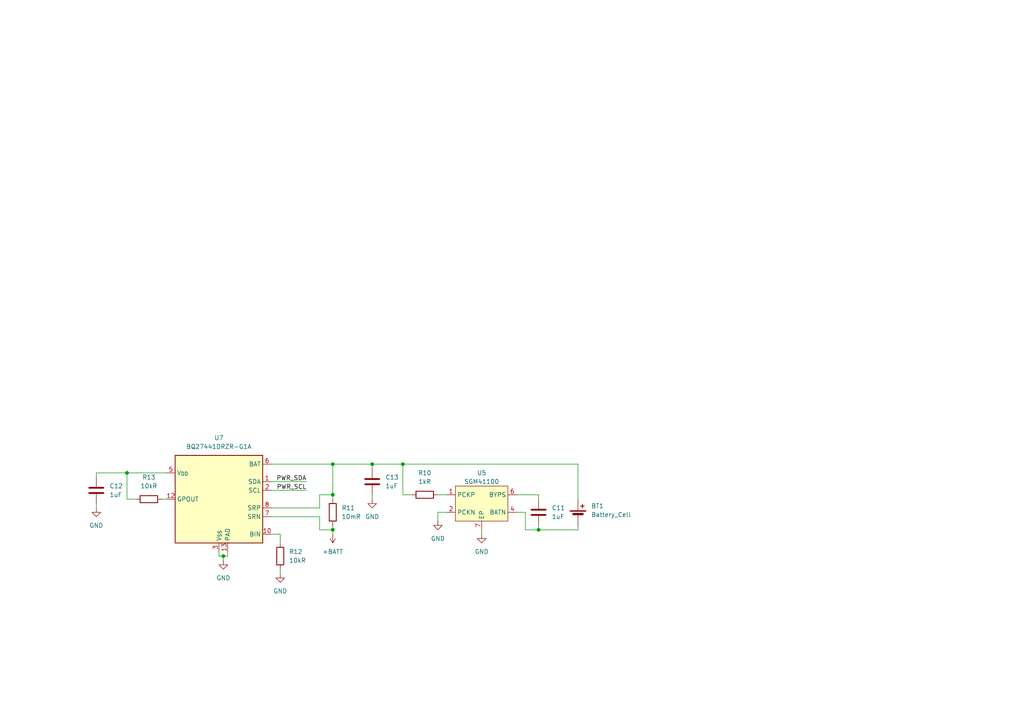
<source format=kicad_sch>
(kicad_sch (version 20250114) (generator "eeschema") (generator_version "9.0")
  (paper "A4")
  (lib_symbols
    (symbol "Battery_Management:BQ27441DRZR-G1A"
      (property "Reference" "U7" (at 0 17.78 0))
      (property "Value" "BQ27441DRZR-G1A" (at 0 15.24 0))
      (symbol "BQ27441DRZR-G1A_0_1"
        (rectangle (start -12.7 12.7) (end 12.7 -12.7) (stroke (width 0.254)) (fill (type background)))
      )
      (symbol "BQ27441DRZR-G1A_1_1"
        (pin power_in line (at -15.24 10.16 0) (length 2.54) (name "BAT") (number "6"))
        (pin bidirectional line (at -15.24 5.08 0) (length 2.54) (name "SDA") (number "1"))
        (pin input line (at -15.24 2.54 0) (length 2.54) (name "SCL") (number "2"))
        (pin input line (at -15.24 -2.54 0) (length 2.54) (name "SRP") (number "8"))
        (pin input line (at -15.24 -5.08 0) (length 2.54) (name "SRN") (number "7"))
        (pin input line (at -15.24 -10.16 0) (length 2.54) (name "BIN") (number "10"))
        (pin power_in line (at -2.54 -15.24 90) (length 2.54) (name "PAD") (number "13"))
        (pin power_in line (at 0 -15.24 90) (length 2.54) (name "V_{SS}") (number "3"))
        (pin no_connect line (at 10.16 -2.54 180) (length 2.54) (hide yes) (name "NC") (number "11"))
        (pin no_connect line (at 10.16 -5.08 180) (length 2.54) (hide yes) (name "NC") (number "9"))
        (pin no_connect line (at 10.16 -7.62 180) (length 2.54) (hide yes) (name "NC") (number "4"))
        (pin power_out line (at 15.24 7.62 180) (length 2.54) (name "V_{DD}") (number "5"))
        (pin output line (at 15.24 0 180) (length 2.54) (name "GPOUT") (number "12"))
      )
    )
    (symbol "Device:Battery_Cell" (pin_numbers (hide yes)) (pin_names (offset 0) (hide yes))
      (property "Reference" "BT" (at 2.54 2.54 0))
      (property "Value" "Battery_Cell" (at 2.54 0 0))
      (symbol "Battery_Cell_0_1"
        (rectangle (start -2.286 1.778) (end 2.286 1.524) (fill (type outline)))
        (rectangle (start -1.524 1.016) (end 1.524 0.508) (fill (type outline)))
        (polyline (pts (xy 0 1.778) (xy 0 2.54)))
        (polyline (pts (xy 0 0.762) (xy 0 0)))
        (polyline (pts (xy 0.762 3.048) (xy 1.778 3.048)) (stroke (width 0.254)))
        (polyline (pts (xy 1.27 3.556) (xy 1.27 2.54)) (stroke (width 0.254)))
      )
      (symbol "Battery_Cell_1_1"
        (pin passive line (at 0 5.08 270) (length 2.54) (name "+") (number "1"))
        (pin passive line (at 0 -2.54 90) (length 2.54) (name "-") (number "2"))
      )
    )
    (symbol "Device:C" (pin_numbers (hide yes)) (pin_names (offset 0.254))
      (property "Reference" "C" (at 0.635 2.54 0))
      (property "Value" "C" (at 0.635 -2.54 0))
      (symbol "C_0_1"
        (polyline (pts (xy -2.032 0.762) (xy 2.032 0.762)) (stroke (width 0.508)))
        (polyline (pts (xy -2.032 -0.762) (xy 2.032 -0.762)) (stroke (width 0.508)))
      )
      (symbol "C_1_1"
        (pin passive line (at 0 3.81 270) (length 2.794) (name "~") (number "1"))
        (pin passive line (at 0 -3.81 90) (length 2.794) (name "~") (number "2"))
      )
    )
    (symbol "Device:R" (pin_numbers (hide yes)) (pin_names (offset 0))
      (property "Reference" "R" (at 2.032 0 90))
      (property "Value" "R" (at 0 0 90))
      (symbol "R_0_1"
        (rectangle (start -1.016 -2.54) (end 1.016 2.54) (stroke (width 0.254)))
      )
      (symbol "R_1_1"
        (pin passive line (at 0 3.81 270) (length 1.27) (name "~") (number "1"))
        (pin passive line (at 0 -3.81 90) (length 1.27) (name "~") (number "2"))
      )
    )
    (symbol "SGM_Power:SGM41100"
      (property "Reference" "U" (at 0 2.54 0))
      (property "Value" "SGM41100" (at 0 0 0))
      (symbol "SGM41100_1_1"
        (rectangle (start -7.62 5.08) (end 7.62 -5.08) (fill (type background)))
        (pin passive line (at -10.16 2.54 0) (length 2.54) (name "PCKP") (number "1"))
        (pin passive line (at -10.16 -2.54 0) (length 2.54) (name "PCKN") (number "2"))
        (pin passive line (at -10.16 -2.54 0) (length 2.54) (hide yes) (name "PCKN") (number "3"))
        (pin passive line (at 0 -7.62 90) (length 2.54) (name "EP") (number "7"))
        (pin passive line (at 10.16 2.54 180) (length 2.54) (name "BYPS") (number "6"))
        (pin passive line (at 10.16 -2.54 180) (length 2.54) (name "BATN") (number "4"))
        (pin passive line (at 10.16 -2.54 180) (length 2.54) (hide yes) (name "BATN") (number "5"))
      )
    )
    (symbol "power:+BATT" (power) (pin_numbers (hide yes)) (pin_names (offset 0) (hide yes))
      (property "Value" "+BATT" (at 0 3.556 0))
      (symbol "+BATT_0_1"
        (polyline (pts (xy -0.762 1.27) (xy 0 2.54)))
        (polyline (pts (xy 0 2.54) (xy 0.762 1.27)))
        (polyline (pts (xy 0 0) (xy 0 2.54)))
      )
      (symbol "+BATT_1_1"
        (pin power_in line (at 0 0 90) (length 0) (name "~") (number "1"))
      )
    )
    (symbol "power:GND" (power) (pin_numbers (hide yes)) (pin_names (offset 0) (hide yes))
      (property "Value" "GND" (at 0 -3.81 0))
      (symbol "GND_0_1"
        (polyline (pts (xy 0 0) (xy 0 -1.27) (xy 1.27 -1.27) (xy 0 -2.54) (xy -1.27 -1.27) (xy 0 -1.27)))
      )
      (symbol "GND_1_1"
        (pin power_in line (at 0 0 270) (length 0) (name "~") (number "1"))
      )
    )
  )
  (junction (at 96.52 143.51))
  (junction (at 96.52 134.62))
  (junction (at 96.52 153.67))
  (junction (at 36.83 137.16))
  (junction (at 64.77 161.29))
  (junction (at 116.84 134.62))
  (junction (at 156.21 153.67))
  (junction (at 107.95 134.62))
  (wire (pts (xy 129.54 148.59) (xy 127 148.59)))
  (wire (pts (xy 152.4 148.59) (xy 152.4 153.67)))
  (wire (pts (xy 96.52 143.51) (xy 96.52 144.78)))
  (wire (pts (xy 139.7 153.67) (xy 139.7 154.94)))
  (wire (pts (xy 96.52 153.67) (xy 96.52 154.94)))
  (wire (pts (xy 127 148.59) (xy 127 151.13)))
  (wire (pts (xy 36.83 137.16) (xy 36.83 144.78)))
  (wire (pts (xy 81.28 165.1) (xy 81.28 166.37)))
  (wire (pts (xy 63.5 161.29) (xy 64.77 161.29)))
  (wire (pts (xy 156.21 143.51) (xy 149.86 143.51)))
  (wire (pts (xy 66.04 161.29) (xy 66.04 160.02)))
  (wire (pts (xy 127 143.51) (xy 129.54 143.51)))
  (wire (pts (xy 78.74 149.86) (xy 92.71 149.86)))
  (wire (pts (xy 39.37 144.78) (xy 36.83 144.78)))
  (wire (pts (xy 27.94 137.16) (xy 36.83 137.16)))
  (wire (pts (xy 156.21 152.4) (xy 156.21 153.67)))
  (wire (pts (xy 92.71 149.86) (xy 92.71 153.67)))
  (wire (pts (xy 152.4 153.67) (xy 156.21 153.67)))
  (wire (pts (xy 96.52 134.62) (xy 96.52 143.51)))
  (wire (pts (xy 36.83 137.16) (xy 48.26 137.16)))
  (wire (pts (xy 78.74 142.24) (xy 88.9 142.24)))
  (wire (pts (xy 167.64 153.67) (xy 167.64 152.4)))
  (wire (pts (xy 27.94 146.05) (xy 27.94 147.32)))
  (wire (pts (xy 107.95 134.62) (xy 116.84 134.62)))
  (wire (pts (xy 64.77 161.29) (xy 66.04 161.29)))
  (wire (pts (xy 96.52 134.62) (xy 107.95 134.62)))
  (wire (pts (xy 78.74 134.62) (xy 96.52 134.62)))
  (wire (pts (xy 156.21 153.67) (xy 167.64 153.67)))
  (wire (pts (xy 107.95 134.62) (xy 107.95 135.89)))
  (wire (pts (xy 96.52 152.4) (xy 96.52 153.67)))
  (wire (pts (xy 63.5 160.02) (xy 63.5 161.29)))
  (wire (pts (xy 92.71 143.51) (xy 96.52 143.51)))
  (wire (pts (xy 92.71 153.67) (xy 96.52 153.67)))
  (wire (pts (xy 149.86 148.59) (xy 152.4 148.59)))
  (wire (pts (xy 46.99 144.78) (xy 48.26 144.78)))
  (wire (pts (xy 119.38 143.51) (xy 116.84 143.51)))
  (wire (pts (xy 156.21 144.78) (xy 156.21 143.51)))
  (wire (pts (xy 107.95 143.51) (xy 107.95 144.78)))
  (wire (pts (xy 116.84 134.62) (xy 167.64 134.62)))
  (wire (pts (xy 92.71 147.32) (xy 92.71 143.51)))
  (wire (pts (xy 64.77 161.29) (xy 64.77 162.56)))
  (wire (pts (xy 78.74 154.94) (xy 81.28 154.94)))
  (wire (pts (xy 78.74 147.32) (xy 92.71 147.32)))
  (wire (pts (xy 27.94 138.43) (xy 27.94 137.16)))
  (wire (pts (xy 167.64 134.62) (xy 167.64 144.78)))
  (wire (pts (xy 81.28 154.94) (xy 81.28 157.48)))
  (wire (pts (xy 78.74 139.7) (xy 88.9 139.7)))
  (wire (pts (xy 116.84 143.51) (xy 116.84 134.62)))
  (label "PWR_SDA" (at 88.9 139.7 180))
  (label "PWR_SCL" (at 88.9 142.24 180))
  (symbol (lib_id "Device:C") (at 156.21 148.59 0) (unit 1)
    (property "Reference" "C11" (at 160.02 147.3199 0) (effects (justify left)))
    (property "Value" "1uF" (at 160.02 149.8599 0) (effects (justify left)))
    (property "Description" "Unpolarized capacitor" (effects (hide yes)))
  )
  (symbol (lib_id "Battery_Management:BQ27441DRZR-G1A") (at 63.5 144.78 0) (mirror y) (unit 1)
    (property "Reference" "U7" (at 63.5 127 0))
    (property "Value" "BQ27441DRZR-G1A" (at 63.5 129.54 0))
    (property "Footprint" "Package_SON:Texas_S-PDSO-N12" (effects (hide yes)))
    (property "Datasheet" "http://www.ti.com/lit/ds/symlink/bq27441-g1.pdf" (effects (hide yes)))
    (property "Description" "System Side Li Ion/Polymer Fuel Gauge, 4.2V, PDSON-12" (effects (hide yes)))
  )
  (symbol (lib_id "power:GND") (at 107.95 144.78 0) (unit 1)
    (property "Reference" "#PWR025" (effects (hide yes)))
    (property "Value" "GND" (at 107.95 149.86 0))
    (property "Description" "Power symbol creates a global label with name \"GND\" , ground" (effects (hide yes)))
  )
  (symbol (lib_id "power:GND") (at 27.94 147.32 0) (unit 1)
    (property "Reference" "#PWR018" (effects (hide yes)))
    (property "Value" "GND" (at 27.94 152.4 0))
    (property "Description" "Power symbol creates a global label with name \"GND\" , ground" (effects (hide yes)))
  )
  (symbol (lib_id "power:+BATT") (at 96.52 154.94 0) (mirror x) (unit 1)
    (property "Reference" "#PWR022" (effects (hide yes)))
    (property "Value" "+BATT" (at 96.52 160.02 0))
    (property "Description" "Power symbol creates a global label with name \"+BATT\"" (effects (hide yes)))
  )
  (symbol (lib_id "Device:Battery_Cell") (at 167.64 149.86 0) (unit 1)
    (property "Reference" "BT1" (at 171.45 146.7484 0) (effects (justify left)))
    (property "Value" "Battery_Cell" (at 171.45 149.2884 0) (effects (justify left)))
    (property "Description" "Single-cell battery" (effects (hide yes)))
  )
  (symbol (lib_id "Device:R") (at 96.52 148.59 0) (unit 1)
    (property "Reference" "R11" (at 99.06 147.3199 0) (effects (justify left)))
    (property "Value" "10mR" (at 99.06 149.8599 0) (effects (justify left)))
    (property "Description" "Resistor" (effects (hide yes)))
  )
  (symbol (lib_id "SGM_Power:SGM41100") (at 139.7 146.05 0) (unit 1)
    (property "Reference" "U5" (at 139.7 137.16 0))
    (property "Value" "SGM41100" (at 139.7 139.7 0))
  )
  (symbol (lib_id "Device:R") (at 43.18 144.78 90) (unit 1)
    (property "Reference" "R13" (at 43.18 138.43 90))
    (property "Value" "10kR" (at 43.18 140.97 90))
    (property "Description" "Resistor" (effects (hide yes)))
  )
  (symbol (lib_id "power:GND") (at 127 151.13 0) (unit 1)
    (property "Reference" "#PWR020" (effects (hide yes)))
    (property "Value" "GND" (at 127 156.21 0))
    (property "Description" "Power symbol creates a global label with name \"GND\" , ground" (effects (hide yes)))
  )
  (symbol (lib_id "Device:C") (at 107.95 139.7 0) (unit 1)
    (property "Reference" "C13" (at 111.76 138.4299 0) (effects (justify left)))
    (property "Value" "1uF" (at 111.76 140.9699 0) (effects (justify left)))
    (property "Description" "Unpolarized capacitor" (effects (hide yes)))
  )
  (symbol (lib_id "Device:R") (at 81.28 161.29 0) (unit 1)
    (property "Reference" "R12" (at 83.82 160.0199 0) (effects (justify left)))
    (property "Value" "10kR" (at 83.82 162.5599 0) (effects (justify left)))
    (property "Description" "Resistor" (effects (hide yes)))
  )
  (symbol (lib_id "Device:R") (at 123.19 143.51 90) (unit 1)
    (property "Reference" "R10" (at 123.19 137.16 90))
    (property "Value" "1kR" (at 123.19 139.7 90))
    (property "Description" "Resistor" (effects (hide yes)))
  )
  (symbol (lib_id "power:GND") (at 81.28 166.37 0) (unit 1)
    (property "Reference" "#PWR023" (effects (hide yes)))
    (property "Value" "GND" (at 81.28 171.45 0))
    (property "Description" "Power symbol creates a global label with name \"GND\" , ground" (effects (hide yes)))
  )
  (symbol (lib_id "Device:C") (at 27.94 142.24 0) (unit 1)
    (property "Reference" "C12" (at 31.75 140.9699 0) (effects (justify left)))
    (property "Value" "1uF" (at 31.75 143.5099 0) (effects (justify left)))
    (property "Description" "Unpolarized capacitor" (effects (hide yes)))
  )
  (symbol (lib_id "power:GND") (at 139.7 154.94 0) (unit 1)
    (property "Reference" "#PWR021" (effects (hide yes)))
    (property "Value" "GND" (at 139.7 160.02 0))
    (property "Description" "Power symbol creates a global label with name \"GND\" , ground" (effects (hide yes)))
  )
  (symbol (lib_id "power:GND") (at 64.77 162.56 0) (unit 1)
    (property "Reference" "#PWR019" (effects (hide yes)))
    (property "Value" "GND" (at 64.77 167.64 0))
    (property "Description" "Power symbol creates a global label with name \"GND\" , ground" (effects (hide yes)))
  )
)
</source>
